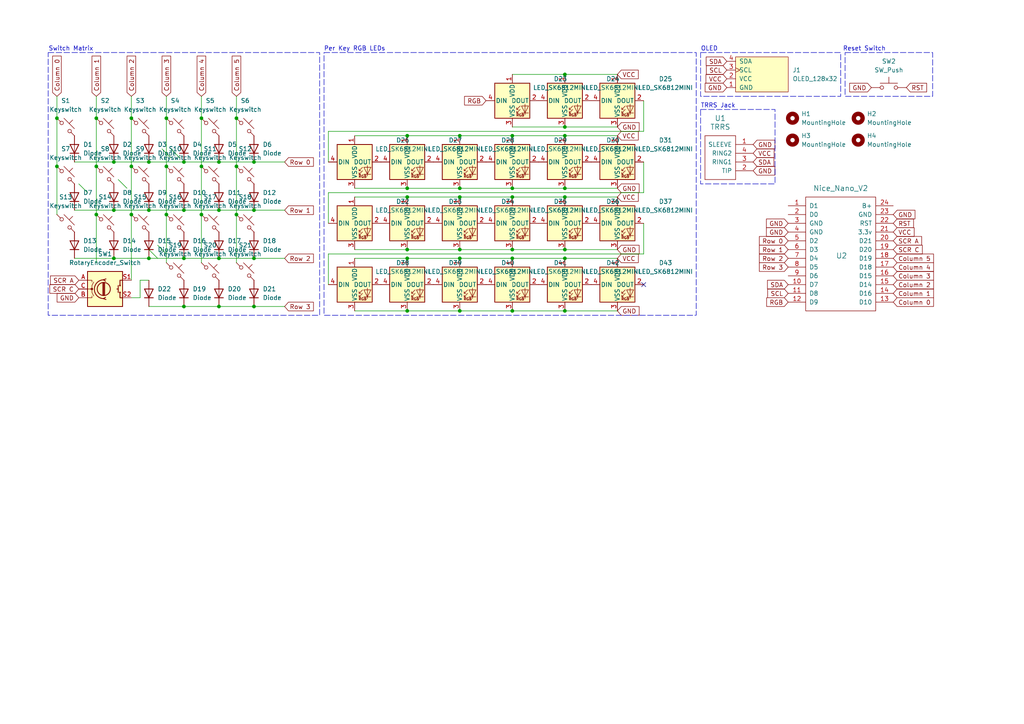
<source format=kicad_sch>
(kicad_sch (version 20231120) (generator "eeschema") (generator_version "8.0")
  (paper "A4")
  (lib_symbols
    (symbol "Device:RotaryEncoder_Switch" (pin_names (offset 0.254) hide)
      (property "Reference" "SW" (at 0 6.604 0))
      (property "Value" "RotaryEncoder_Switch" (at 0 -6.604 0))
      (symbol "RotaryEncoder_Switch_0_1"
        (rectangle (start -5.08 5.08) (end 5.08 -5.08) (stroke (width 0.254)) (fill (type background)))
        (circle (center -3.81 0) (radius 0.254) (fill (type outline)))
        (circle (center -0.381 0) (radius 1.905) (stroke (width 0.254)))
        (arc (start -0.381 2.667) (mid -3.0988 -0.0635) (end -0.381 -2.794) (stroke (width 0.254)))
        (polyline (pts (xy -0.635 -1.778) (xy -0.635 1.778)) (stroke (width 0.254)))
        (polyline (pts (xy -0.381 -1.778) (xy -0.381 1.778)) (stroke (width 0.254)))
        (polyline (pts (xy -0.127 1.778) (xy -0.127 -1.778)) (stroke (width 0.254)))
        (polyline (pts (xy 3.81 0) (xy 3.429 0)) (stroke (width 0.254)))
        (polyline (pts (xy 3.81 1.016) (xy 3.81 -1.016)) (stroke (width 0.254)))
        (polyline (pts (xy -5.08 -2.54) (xy -3.81 -2.54) (xy -3.81 -2.032)))
        (polyline (pts (xy -5.08 2.54) (xy -3.81 2.54) (xy -3.81 2.032)))
        (polyline (pts (xy 0.254 -3.048) (xy -0.508 -2.794) (xy 0.127 -2.413)) (stroke (width 0.254)))
        (polyline (pts (xy 0.254 2.921) (xy -0.508 2.667) (xy 0.127 2.286)) (stroke (width 0.254)))
        (polyline (pts (xy 5.08 -2.54) (xy 4.318 -2.54) (xy 4.318 -1.016)) (stroke (width 0.254)))
        (polyline (pts (xy 5.08 2.54) (xy 4.318 2.54) (xy 4.318 1.016)) (stroke (width 0.254)))
        (polyline (pts (xy -5.08 0) (xy -3.81 0) (xy -3.81 -1.016) (xy -3.302 -2.032)))
        (polyline (pts (xy -4.318 0) (xy -3.81 0) (xy -3.81 1.016) (xy -3.302 2.032)))
        (circle (center 4.318 -1.016) (radius 0.127) (stroke (width 0.254)))
        (circle (center 4.318 1.016) (radius 0.127) (stroke (width 0.254)))
      )
      (symbol "RotaryEncoder_Switch_1_1"
        (pin passive line (at -7.62 2.54 0) (length 2.54) (name "A") (number "A"))
        (pin passive line (at -7.62 -2.54 0) (length 2.54) (name "B") (number "B"))
        (pin passive line (at -7.62 0 0) (length 2.54) (name "C") (number "C"))
        (pin passive line (at 7.62 2.54 180) (length 2.54) (name "S1") (number "S1"))
        (pin passive line (at 7.62 -2.54 180) (length 2.54) (name "S2") (number "S2"))
      )
    )
    (symbol "Flippy:LED_SK6812MINI_E" (pin_names (offset 0.254))
      (property "Reference" "D" (at 5.08 5.715 0))
      (property "Value" "LED_SK6812MINI_E" (at 1.27 -5.715 0))
      (symbol "LED_SK6812MINI_E_0_0"
        (text "RGB" (at 2.286 -4.191 0) (effects (font (size 0.762 0.762))))
      )
      (symbol "LED_SK6812MINI_E_0_1"
        (polyline (pts (xy 1.27 -3.556) (xy 1.778 -3.556)))
        (polyline (pts (xy 1.27 -2.54) (xy 1.778 -2.54)))
        (polyline (pts (xy 4.699 -3.556) (xy 2.667 -3.556)))
        (polyline (pts (xy 2.286 -2.54) (xy 1.27 -3.556) (xy 1.27 -3.048)))
        (polyline (pts (xy 2.286 -1.524) (xy 1.27 -2.54) (xy 1.27 -2.032)))
        (polyline (pts (xy 3.683 -1.016) (xy 3.683 -3.556) (xy 3.683 -4.064)))
        (polyline (pts (xy 4.699 -1.524) (xy 2.667 -1.524) (xy 3.683 -3.556) (xy 4.699 -1.524)))
        (rectangle (start 5.08 5.08) (end -5.08 -5.08) (stroke (width 0.254)) (fill (type background)))
      )
      (symbol "LED_SK6812MINI_E_1_1"
        (pin power_in line (at 0 7.62 270) (length 2.54) (name "VDD") (number "1"))
        (pin output line (at 7.62 0 180) (length 2.54) (name "DOUT") (number "2"))
        (pin power_in line (at 0 -7.62 90) (length 2.54) (name "VSS") (number "3"))
        (pin input line (at -7.62 0 0) (length 2.54) (name "DIN") (number "4"))
      )
    )
    (symbol "Mechanical:MountingHole" (pin_names (offset 1.016)) (exclude_from_sim yes) (in_bom no)
      (property "Reference" "H" (at 0 5.08 0))
      (property "Value" "MountingHole" (at 0 3.175 0))
      (symbol "MountingHole_0_1"
        (circle (center 0 0) (radius 1.27) (stroke (width 1.27)))
      )
    )
    (symbol "ScottoKeebs:MCU_Nice_Nano_V2" (pin_names (offset 1.016))
      (property "Reference" "U" (at 0 0 0))
      (property "Value" "Nice_Nano_V2" (at 0 -19.05 0))
      (symbol "MCU_Nice_Nano_V2_0_1"
        (rectangle (start -10.16 16.51) (end 10.16 -16.51))
      )
      (symbol "MCU_Nice_Nano_V2_1_1"
        (pin input line (at -15.24 13.97 0) (length 5.08) (name "D1") (number "1"))
        (pin input line (at -15.24 -8.89 0) (length 5.08) (name "D7") (number "10"))
        (pin input line (at -15.24 -11.43 0) (length 5.08) (name "D8") (number "11"))
        (pin input line (at -15.24 -13.97 0) (length 5.08) (name "D9") (number "12"))
        (pin input line (at 15.24 -13.97 180) (length 5.08) (name "D10") (number "13"))
        (pin input line (at 15.24 -11.43 180) (length 5.08) (name "D16") (number "14"))
        (pin input line (at 15.24 -8.89 180) (length 5.08) (name "D14") (number "15"))
        (pin input line (at 15.24 -6.35 180) (length 5.08) (name "D15") (number "16"))
        (pin input line (at 15.24 -3.81 180) (length 5.08) (name "D18") (number "17"))
        (pin input line (at 15.24 -1.27 180) (length 5.08) (name "D19") (number "18"))
        (pin input line (at 15.24 1.27 180) (length 5.08) (name "D20") (number "19"))
        (pin input line (at -15.24 11.43 0) (length 5.08) (name "D0") (number "2"))
        (pin input line (at 15.24 3.81 180) (length 5.08) (name "D21") (number "20"))
        (pin input line (at 15.24 6.35 180) (length 5.08) (name "3.3v") (number "21"))
        (pin input line (at 15.24 8.89 180) (length 5.08) (name "RST") (number "22"))
        (pin input line (at 15.24 11.43 180) (length 5.08) (name "GND") (number "23"))
        (pin input line (at 15.24 13.97 180) (length 5.08) (name "B+") (number "24"))
        (pin input line (at -15.24 8.89 0) (length 5.08) (name "GND") (number "3"))
        (pin input line (at -15.24 6.35 0) (length 5.08) (name "GND") (number "4"))
        (pin input line (at -15.24 3.81 0) (length 5.08) (name "D2") (number "5"))
        (pin input line (at -15.24 1.27 0) (length 5.08) (name "D3") (number "6"))
        (pin input line (at -15.24 -1.27 0) (length 5.08) (name "D4") (number "7"))
        (pin input line (at -15.24 -3.81 0) (length 5.08) (name "D5") (number "8"))
        (pin input line (at -15.24 -6.35 0) (length 5.08) (name "D6") (number "9"))
      )
    )
    (symbol "ScottoKeebs:OLED_128x32" (pin_names (offset 1.016))
      (property "Reference" "J" (at 0 -6.35 0))
      (property "Value" "OLED_128x32" (at 0 6.35 0))
      (symbol "OLED_128x32_0_1"
        (rectangle (start 0 5.08) (end 15.24 -5.08) (fill (type background)))
      )
      (symbol "OLED_128x32_1_1"
        (pin power_in line (at -2.54 -3.81 0) (length 2.54) (name "GND") (number "1"))
        (pin power_in line (at -2.54 -1.27 0) (length 2.54) (name "VCC") (number "2"))
        (pin input clock (at -2.54 1.27 0) (length 2.54) (name "SCL") (number "3"))
        (pin bidirectional line (at -2.54 3.81 0) (length 2.54) (name "SDA") (number "4"))
      )
    )
    (symbol "ScottoKeebs:Placeholder_Diode" (pin_numbers hide) (pin_names hide)
      (property "Reference" "D" (at 0 2.54 0))
      (property "Value" "Diode" (at 0 -2.54 0))
      (symbol "Placeholder_Diode_0_1"
        (polyline (pts (xy -1.27 1.27) (xy -1.27 -1.27)) (stroke (width 0.254)))
        (polyline (pts (xy 1.27 0) (xy -1.27 0)))
        (polyline (pts (xy 1.27 1.27) (xy 1.27 -1.27) (xy -1.27 0) (xy 1.27 1.27)) (stroke (width 0.254)))
      )
      (symbol "Placeholder_Diode_1_1"
        (pin passive line (at -3.81 0 0) (length 2.54) (name "K") (number "1"))
        (pin passive line (at 3.81 0 180) (length 2.54) (name "A") (number "2"))
      )
    )
    (symbol "ScottoKeebs:Placeholder_Keyswitch" (pin_numbers hide) (pin_names (offset 1.016) hide)
      (property "Reference" "S" (at 3.048 1.016 0))
      (property "Value" "Keyswitch" (at 0 -3.81 0))
      (symbol "Placeholder_Keyswitch_0_1"
        (circle (center -1.1684 1.1684) (radius 0.508))
        (polyline (pts (xy -0.508 2.54) (xy 2.54 -0.508)))
        (polyline (pts (xy 1.016 1.016) (xy 2.032 2.032)))
        (polyline (pts (xy -2.54 2.54) (xy -1.524 1.524) (xy -1.524 1.524)))
        (polyline (pts (xy 1.524 -1.524) (xy 2.54 -2.54) (xy 2.54 -2.54) (xy 2.54 -2.54)))
        (circle (center 1.143 -1.1938) (radius 0.508))
        (pin passive line (at -2.54 2.54 0) (length 0) (name "1") (number "1"))
        (pin passive line (at 2.54 -2.54 180) (length 0) (name "2") (number "2"))
      )
    )
    (symbol "ScottoKeebs:Placeholder_TRRS" (pin_names (offset 1.016))
      (property "Reference" "U" (at 0 15.24 0))
      (property "Value" "TRRS" (at 0 -2.54 0))
      (symbol "Placeholder_TRRS_0_1"
        (rectangle (start -3.81 0) (end -3.81 12.7))
        (rectangle (start -3.81 0) (end 5.08 0))
        (rectangle (start -3.81 12.7) (end 5.08 12.7))
        (rectangle (start 5.08 12.7) (end 5.08 0))
      )
      (symbol "Placeholder_TRRS_1_1"
        (pin input line (at -8.89 2.54 0) (length 5.08) (name "SLEEVE") (number "1"))
        (pin input line (at -8.89 10.16 0) (length 5.08) (name "TIP") (number "2"))
        (pin input line (at -8.89 7.62 0) (length 5.08) (name "RING1") (number "3"))
        (pin input line (at -8.89 5.08 0) (length 5.08) (name "RING2") (number "4"))
      )
    )
    (symbol "Switch:SW_Push" (pin_numbers hide) (pin_names (offset 1.016) hide)
      (property "Reference" "SW" (at 1.27 2.54 0))
      (property "Value" "SW_Push" (at 0 -1.524 0))
      (symbol "SW_Push_0_1"
        (circle (center -2.032 0) (radius 0.508))
        (polyline (pts (xy 0 1.27) (xy 0 3.048)))
        (polyline (pts (xy 2.54 1.27) (xy -2.54 1.27)))
        (circle (center 2.032 0) (radius 0.508))
        (pin passive line (at -5.08 0 0) (length 2.54) (name "1") (number "1"))
        (pin passive line (at 5.08 0 180) (length 2.54) (name "2") (number "2"))
      )
    )
  )
  (junction (at 73.66 60.96))
  (junction (at 133.35 54.61))
  (junction (at 27.94 62.23))
  (junction (at 27.94 34.29))
  (junction (at 53.34 60.96))
  (junction (at 163.83 54.61))
  (junction (at 33.02 46.99))
  (junction (at 73.66 46.99))
  (junction (at 58.42 62.23))
  (junction (at 48.26 48.26))
  (junction (at 133.35 39.37))
  (junction (at 43.18 74.93))
  (junction (at 133.35 72.39))
  (junction (at 63.5 74.93))
  (junction (at 33.02 74.93))
  (junction (at 148.59 72.39))
  (junction (at 118.11 54.61))
  (junction (at 68.58 62.23))
  (junction (at 118.11 74.93))
  (junction (at 163.83 74.93))
  (junction (at 58.42 48.26))
  (junction (at 63.5 60.96))
  (junction (at 73.66 74.93))
  (junction (at 163.83 90.17))
  (junction (at 38.1 34.29))
  (junction (at 38.1 48.26))
  (junction (at 148.59 90.17))
  (junction (at 53.34 46.99))
  (junction (at 73.66 88.9))
  (junction (at 63.5 88.9))
  (junction (at 133.35 57.15))
  (junction (at 68.58 48.26))
  (junction (at 48.26 62.23))
  (junction (at 53.34 88.9))
  (junction (at 133.35 90.17))
  (junction (at 68.58 34.29))
  (junction (at 163.83 21.59))
  (junction (at 148.59 54.61))
  (junction (at 16.51 48.26))
  (junction (at 27.94 48.26))
  (junction (at 33.02 60.96))
  (junction (at 53.34 74.93))
  (junction (at 118.11 72.39))
  (junction (at 163.83 36.83))
  (junction (at 43.18 46.99))
  (junction (at 38.1 62.23))
  (junction (at 63.5 46.99))
  (junction (at 58.42 34.29))
  (junction (at 16.51 34.29))
  (junction (at 43.18 60.96))
  (junction (at 48.26 34.29))
  (junction (at 133.35 74.93))
  (junction (at 163.83 39.37))
  (junction (at 148.59 57.15))
  (junction (at 148.59 74.93))
  (junction (at 163.83 72.39))
  (junction (at 148.59 39.37))
  (junction (at 118.11 39.37))
  (junction (at 163.83 57.15))
  (junction (at 118.11 90.17))
  (junction (at 118.11 57.15))
  (no_connect (at 186.69 82.55))
  (bus_entry (at 631.19 100.33) (size 2.54 2.54))
  (bus_entry (at 45.72 71.12) (size 2.54 2.54))
  (bus_entry (at 43.18 72.39) (size 2.54 2.54))
  (bus_entry (at 636.27 100.33) (size 2.54 2.54))
  (bus_entry (at 34.29 52.07) (size 2.54 2.54))
  (bus_entry (at 633.73 100.33) (size 2.54 2.54))
  (bus_entry (at 49.53 43.18) (size 2.54 2.54))
  (bus_entry (at 533.4 111.76) (size 2.54 2.54))
  (bus_entry (at 22.86 53.34) (size 2.54 2.54))
  (bus_entry (at 46.99 43.18) (size 2.54 2.54))
  (wire (pts (xy 48.26 48.26) (xy 48.26 62.23)))
  (wire (pts (xy 16.51 48.26) (xy 16.51 62.23)))
  (wire (pts (xy 33.02 74.93) (xy 43.18 74.93)))
  (wire (pts (xy 48.26 27.94) (xy 48.26 34.29)))
  (wire (pts (xy 53.34 88.9) (xy 63.5 88.9)))
  (wire (pts (xy 102.87 72.39) (xy 118.11 72.39)))
  (wire (pts (xy 133.35 72.39) (xy 148.59 72.39)))
  (wire (pts (xy 43.18 46.99) (xy 53.34 46.99)))
  (wire (pts (xy 38.1 34.29) (xy 38.1 48.26)))
  (wire (pts (xy 38.1 27.94) (xy 38.1 34.29)))
  (wire (pts (xy 186.69 55.88) (xy 186.69 46.99)))
  (wire (pts (xy 118.11 54.61) (xy 133.35 54.61)))
  (wire (pts (xy 102.87 39.37) (xy 118.11 39.37)))
  (wire (pts (xy 133.35 54.61) (xy 148.59 54.61)))
  (wire (pts (xy 53.34 46.99) (xy 63.5 46.99)))
  (wire (pts (xy 163.83 39.37) (xy 179.07 39.37)))
  (wire (pts (xy 68.58 62.23) (xy 68.58 76.2)))
  (wire (pts (xy 102.87 57.15) (xy 118.11 57.15)))
  (wire (pts (xy 163.83 36.83) (xy 179.07 36.83)))
  (wire (pts (xy 53.34 60.96) (xy 63.5 60.96)))
  (wire (pts (xy 63.5 88.9) (xy 73.66 88.9)))
  (wire (pts (xy 73.66 60.96) (xy 82.55 60.96)))
  (wire (pts (xy 43.18 81.28) (xy 40.64 81.28)))
  (wire (pts (xy 73.66 88.9) (xy 82.55 88.9)))
  (wire (pts (xy 148.59 54.61) (xy 163.83 54.61)))
  (wire (pts (xy 21.59 74.93) (xy 33.02 74.93)))
  (wire (pts (xy 63.5 46.99) (xy 73.66 46.99)))
  (wire (pts (xy 102.87 54.61) (xy 118.11 54.61)))
  (wire (pts (xy 40.64 81.28) (xy 40.64 86.36)))
  (wire (pts (xy 148.59 39.37) (xy 163.83 39.37)))
  (wire (pts (xy 133.35 74.93) (xy 148.59 74.93)))
  (wire (pts (xy 73.66 46.99) (xy 82.55 46.99)))
  (wire (pts (xy 16.51 27.94) (xy 16.51 34.29)))
  (wire (pts (xy 163.83 54.61) (xy 179.07 54.61)))
  (wire (pts (xy 48.26 34.29) (xy 48.26 48.26)))
  (wire (pts (xy 163.83 57.15) (xy 179.07 57.15)))
  (wire (pts (xy 27.94 48.26) (xy 27.94 62.23)))
  (wire (pts (xy 133.35 39.37) (xy 148.59 39.37)))
  (wire (pts (xy 53.34 74.93) (xy 63.5 74.93)))
  (wire (pts (xy 27.94 62.23) (xy 27.94 76.2)))
  (wire (pts (xy 68.58 27.94) (xy 68.58 34.29)))
  (wire (pts (xy 163.83 74.93) (xy 179.07 74.93)))
  (wire (pts (xy 148.59 36.83) (xy 163.83 36.83)))
  (wire (pts (xy 27.94 27.94) (xy 27.94 34.29)))
  (wire (pts (xy 38.1 48.26) (xy 38.1 62.23)))
  (wire (pts (xy 163.83 90.17) (xy 179.07 90.17)))
  (wire (pts (xy 118.11 72.39) (xy 133.35 72.39)))
  (wire (pts (xy 163.83 72.39) (xy 179.07 72.39)))
  (wire (pts (xy 33.02 46.99) (xy 43.18 46.99)))
  (wire (pts (xy 102.87 90.17) (xy 118.11 90.17)))
  (wire (pts (xy 118.11 74.93) (xy 133.35 74.93)))
  (wire (pts (xy 133.35 57.15) (xy 148.59 57.15)))
  (wire (pts (xy 58.42 48.26) (xy 58.42 62.23)))
  (wire (pts (xy 133.35 90.17) (xy 148.59 90.17)))
  (wire (pts (xy 48.26 62.23) (xy 48.26 73.66)))
  (wire (pts (xy 179.07 21.59) (xy 163.83 21.59)))
  (wire (pts (xy 68.58 34.29) (xy 68.58 48.26)))
  (wire (pts (xy 38.1 62.23) (xy 38.1 81.28)))
  (wire (pts (xy 118.11 57.15) (xy 133.35 57.15)))
  (wire (pts (xy 40.64 86.36) (xy 38.1 86.36)))
  (wire (pts (xy 118.11 39.37) (xy 133.35 39.37)))
  (wire (pts (xy 43.18 74.93) (xy 45.72 74.93)))
  (wire (pts (xy 102.87 74.93) (xy 118.11 74.93)))
  (wire (pts (xy 21.59 46.99) (xy 33.02 46.99)))
  (wire (pts (xy 21.59 60.96) (xy 33.02 60.96)))
  (wire (pts (xy 63.5 74.93) (xy 73.66 74.93)))
  (wire (pts (xy 95.25 38.1) (xy 186.69 38.1)))
  (wire (pts (xy 48.26 73.66) (xy 48.26 76.2)))
  (wire (pts (xy 58.42 34.29) (xy 58.42 48.26)))
  (wire (pts (xy 16.51 34.29) (xy 16.51 48.26)))
  (wire (pts (xy 45.72 74.93) (xy 53.34 74.93)))
  (wire (pts (xy 43.18 60.96) (xy 53.34 60.96)))
  (wire (pts (xy 27.94 34.29) (xy 27.94 48.26)))
  (wire (pts (xy 68.58 48.26) (xy 68.58 62.23)))
  (wire (pts (xy 63.5 60.96) (xy 73.66 60.96)))
  (wire (pts (xy 118.11 90.17) (xy 133.35 90.17)))
  (wire (pts (xy 95.25 55.88) (xy 186.69 55.88)))
  (wire (pts (xy 95.25 82.55) (xy 95.25 73.66)))
  (wire (pts (xy 95.25 64.77) (xy 95.25 55.88)))
  (wire (pts (xy 73.66 74.93) (xy 82.55 74.93)))
  (wire (pts (xy 33.02 60.96) (xy 43.18 60.96)))
  (wire (pts (xy 148.59 74.93) (xy 163.83 74.93)))
  (wire (pts (xy 186.69 38.1) (xy 186.69 29.21)))
  (wire (pts (xy 43.18 88.9) (xy 53.34 88.9)))
  (wire (pts (xy 148.59 21.59) (xy 163.83 21.59)))
  (wire (pts (xy 95.25 46.99) (xy 95.25 38.1)))
  (wire (pts (xy 58.42 27.94) (xy 58.42 34.29)))
  (wire (pts (xy 148.59 72.39) (xy 163.83 72.39)))
  (wire (pts (xy 95.25 73.66) (xy 186.69 73.66)))
  (wire (pts (xy 148.59 57.15) (xy 163.83 57.15)))
  (wire (pts (xy 148.59 90.17) (xy 163.83 90.17)))
  (wire (pts (xy 186.69 73.66) (xy 186.69 64.77)))
  (wire (pts (xy 58.42 62.23) (xy 58.42 76.2)))
  (rectangle (start 93.98 15.24) (end 201.93 91.44) (stroke (width 0) (type dash)))
  (rectangle (start 13.97 15.24) (end 92.71 91.44) (stroke (width 0) (type dash)))
  (rectangle (start 203.2 31.75) (end 224.79 53.34) (stroke (width 0) (type dash)))
  (rectangle (start 203.2 15.24) (end 243.84 27.94) (stroke (width 0) (type dash)))
  (rectangle (start 245.11 15.24) (end 270.51 27.94) (stroke (width 0) (type dash)))
  (text "Switch Matrix" (at 20.574 14.224 0) (effects (font (size 1.27 1.27))))
  (text "Reset Switch" (at 250.698 14.224 0) (effects (font (size 1.27 1.27))))
  (text "OLED" (at 205.74 14.224 0) (effects (font (size 1.27 1.27))))
  (text "TRRS Jack" (at 208.28 30.734 0) (effects (font (size 1.27 1.27))))
  (text "Per Key RGB LEDs" (at 102.87 14.224 0) (effects (font (size 1.27 1.27))))
  (global_label "Column 1" (shape input) (at 259.08 85.09 0) (property "Intersheetrefs" "${INTERSHEET_REFS}" (effects (hide yes))))
  (global_label "SDA" (shape input) (at 228.6 82.55 180) (property "Intersheetrefs" "${INTERSHEET_REFS}" (effects (hide yes))))
  (global_label "Column 3" (shape input) (at 48.26 27.94 90) (property "Intersheetrefs" "${INTERSHEET_REFS}" (effects (hide yes))))
  (global_label "SCR C" (shape input) (at 259.08 72.39 0) (property "Intersheetrefs" "${INTERSHEET_REFS}" (effects (hide yes))))
  (global_label "Column 4" (shape input) (at 259.08 77.47 0) (property "Intersheetrefs" "${INTERSHEET_REFS}" (effects (hide yes))))
  (global_label "Column 0" (shape input) (at 259.08 87.63 0) (property "Intersheetrefs" "${INTERSHEET_REFS}" (effects (hide yes))))
  (global_label "VCC" (shape input) (at 218.44 44.45 0) (property "Intersheetrefs" "${INTERSHEET_REFS}" (effects (hide yes))))
  (global_label "Column 3" (shape input) (at 259.08 80.01 0) (property "Intersheetrefs" "${INTERSHEET_REFS}" (effects (hide yes))))
  (global_label "RGB" (shape input) (at 228.6 87.63 180) (property "Intersheetrefs" "${INTERSHEET_REFS}" (effects (hide yes))))
  (global_label "VCC" (shape input) (at 179.07 57.15 0) (property "Intersheetrefs" "${INTERSHEET_REFS}" (effects (hide yes))))
  (global_label "VCC" (shape input) (at 179.07 21.59 0) (property "Intersheetrefs" "${INTERSHEET_REFS}" (effects (hide yes))))
  (global_label "GND" (shape input) (at 179.07 72.39 0) (property "Intersheetrefs" "${INTERSHEET_REFS}" (effects (hide yes))))
  (global_label "Row 0" (shape input) (at 228.6 69.85 180) (property "Intersheetrefs" "${INTERSHEET_REFS}" (effects (hide yes))))
  (global_label "Row 2" (shape input) (at 82.55 74.93 0) (property "Intersheetrefs" "${INTERSHEET_REFS}" (effects (hide yes))))
  (global_label "VCC" (shape input) (at 179.07 39.37 0) (property "Intersheetrefs" "${INTERSHEET_REFS}" (effects (hide yes))))
  (global_label "GND" (shape input) (at 210.82 25.4 180) (property "Intersheetrefs" "${INTERSHEET_REFS}" (effects (hide yes))))
  (global_label "VCC" (shape input) (at 179.07 74.93 0) (property "Intersheetrefs" "${INTERSHEET_REFS}" (effects (hide yes))))
  (global_label "RST" (shape input) (at 262.89 25.4 0) (property "Intersheetrefs" "${INTERSHEET_REFS}" (effects (hide yes))))
  (global_label "Row 3" (shape input) (at 228.6 77.47 180) (property "Intersheetrefs" "${INTERSHEET_REFS}" (effects (hide yes))))
  (global_label "Column 5" (shape input) (at 259.08 74.93 0) (property "Intersheetrefs" "${INTERSHEET_REFS}" (effects (hide yes))))
  (global_label "Row 2" (shape input) (at 228.6 74.93 180) (property "Intersheetrefs" "${INTERSHEET_REFS}" (effects (hide yes))))
  (global_label "Column 2" (shape input) (at 259.08 82.55 0) (property "Intersheetrefs" "${INTERSHEET_REFS}" (effects (hide yes))))
  (global_label "GND" (shape input) (at 179.07 36.83 0) (property "Intersheetrefs" "${INTERSHEET_REFS}" (effects (hide yes))))
  (global_label "Column 4" (shape input) (at 58.42 27.94 90) (property "Intersheetrefs" "${INTERSHEET_REFS}" (effects (hide yes))))
  (global_label "Column 0" (shape input) (at 16.51 27.94 90) (property "Intersheetrefs" "${INTERSHEET_REFS}" (effects (hide yes))))
  (global_label "GND" (shape input) (at 179.07 90.17 0) (property "Intersheetrefs" "${INTERSHEET_REFS}" (effects (hide yes))))
  (global_label "SCR A" (shape input) (at 22.86 81.28 180) (property "Intersheetrefs" "${INTERSHEET_REFS}" (effects (hide yes))))
  (global_label "Row 0" (shape input) (at 82.55 46.99 0) (property "Intersheetrefs" "${INTERSHEET_REFS}" (effects (hide yes))))
  (global_label "Row 3" (shape input) (at 82.55 88.9 0) (property "Intersheetrefs" "${INTERSHEET_REFS}" (effects (hide yes))))
  (global_label "RGB" (shape input) (at 140.97 29.21 180) (property "Intersheetrefs" "${INTERSHEET_REFS}" (effects (hide yes))))
  (global_label "Column 2" (shape input) (at 38.1 27.94 90) (property "Intersheetrefs" "${INTERSHEET_REFS}" (effects (hide yes))))
  (global_label "Row 1" (shape input) (at 228.6 72.39 180) (property "Intersheetrefs" "${INTERSHEET_REFS}" (effects (hide yes))))
  (global_label "RST" (shape input) (at 259.08 64.77 0) (property "Intersheetrefs" "${INTERSHEET_REFS}" (effects (hide yes))))
  (global_label "Column 1" (shape input) (at 27.94 27.94 90) (property "Intersheetrefs" "${INTERSHEET_REFS}" (effects (hide yes))))
  (global_label "GND" (shape input) (at 228.6 67.31 180) (property "Intersheetrefs" "${INTERSHEET_REFS}" (effects (hide yes))))
  (global_label "GND" (shape input) (at 218.44 49.53 0) (property "Intersheetrefs" "${INTERSHEET_REFS}" (effects (hide yes))))
  (global_label "SCR A" (shape input) (at 259.08 69.85 0) (property "Intersheetrefs" "${INTERSHEET_REFS}" (effects (hide yes))))
  (global_label "Column 5" (shape input) (at 68.58 27.94 90) (property "Intersheetrefs" "${INTERSHEET_REFS}" (effects (hide yes))))
  (global_label "SCL" (shape input) (at 210.82 20.32 180) (property "Intersheetrefs" "${INTERSHEET_REFS}" (effects (hide yes))))
  (global_label "SDA" (shape input) (at 218.44 46.99 0) (property "Intersheetrefs" "${INTERSHEET_REFS}" (effects (hide yes))))
  (global_label "GND" (shape input) (at 179.07 54.61 0) (property "Intersheetrefs" "${INTERSHEET_REFS}" (effects (hide yes))))
  (global_label "GND" (shape input) (at 259.08 62.23 0) (property "Intersheetrefs" "${INTERSHEET_REFS}" (effects (hide yes))))
  (global_label "VCC" (shape input) (at 210.82 22.86 180) (property "Intersheetrefs" "${INTERSHEET_REFS}" (effects (hide yes))))
  (global_label "GND" (shape input) (at 252.73 25.4 180) (property "Intersheetrefs" "${INTERSHEET_REFS}" (effects (hide yes))))
  (global_label "GND" (shape input) (at 218.44 41.91 0) (property "Intersheetrefs" "${INTERSHEET_REFS}" (effects (hide yes))))
  (global_label "VCC" (shape input) (at 259.08 67.31 0) (property "Intersheetrefs" "${INTERSHEET_REFS}" (effects (hide yes))))
  (global_label "SDA" (shape input) (at 210.82 17.78 180) (property "Intersheetrefs" "${INTERSHEET_REFS}" (effects (hide yes))))
  (global_label "SCL" (shape input) (at 228.6 85.09 180) (property "Intersheetrefs" "${INTERSHEET_REFS}" (effects (hide yes))))
  (global_label "Row 1" (shape input) (at 82.55 60.96 0) (property "Intersheetrefs" "${INTERSHEET_REFS}" (effects (hide yes))))
  (global_label "GND" (shape input) (at 22.86 86.36 180) (property "Intersheetrefs" "${INTERSHEET_REFS}" (effects (hide yes))))
  (global_label "SCR C" (shape input) (at 22.86 83.82 180) (property "Intersheetrefs" "${INTERSHEET_REFS}" (effects (hide yes))))
  (global_label "GND" (shape input) (at 228.6 64.77 180) (property "Intersheetrefs" "${INTERSHEET_REFS}" (effects (hide yes))))
  (symbol (lib_id "Mechanical:MountingHole") (at 248.92 40.64 0) (unit 1) (exclude_from_sim yes) (in_bom no)
    (property "Reference" "H4" (at 251.46 39.3699 0) (effects (justify left)))
    (property "Value" "MountingHole" (at 251.46 41.9099 0) (effects (justify left)))
    (property "Footprint" "Flippy:MountingHole_2.2mm_M2_Pad_Via" (effects (hide yes)))
    (property "Description" "Mounting Hole without connection" (effects (hide yes)))
  )
  (symbol (lib_id "Flippy:LED_SK6812MINI_E") (at 163.83 29.21 0) (unit 1)
    (property "Reference" "D24" (at 177.8 22.8914 0))
    (property "Value" "LED_SK6812MINI" (at 177.8 25.4314 0))
    (property "Footprint" "Flippy:SK6812_mini_e_flipable" (effects (hide yes)))
    (property "Datasheet" "https://cdn-shop.adafruit.com/product-files/2686/SK6812MINI_REV.01-1-2.pdf" (effects (hide yes)))
    (property "Description" "RGB LED with integrated controller" (effects (hide yes)))
  )
  (symbol (lib_id "ScottoKeebs:Placeholder_Keyswitch") (at 19.05 36.83 0) (unit 1)
    (property "Reference" "S1" (at 19.05 29.21 0))
    (property "Value" "Keyswitch" (at 19.05 31.75 0))
    (property "Footprint" "Flippy:Hotswap_Choc_FLIP" (effects (hide yes)))
    (property "Description" "Push button switch, normally open, two pins, 45° tilted" (effects (hide yes)))
  )
  (symbol (lib_id "ScottoKeebs:Placeholder_Diode") (at 43.18 71.12 90) (unit 1)
    (property "Reference" "D15" (at 45.72 69.8499 90) (effects (justify right)))
    (property "Value" "Diode" (at 45.72 72.3899 90) (effects (justify right)))
    (property "Footprint" "Flippy:Diode_DO-35-FLIP" (effects (hide yes)))
    (property "Description" "1N4148 (DO-35) or 1N4148W (SOD-123)" (effects (hide yes)))
    (property "Sim.Device" "D" (effects (hide yes)))
    (property "Sim.Pins" "1=K 2=A" (effects (hide yes)))
  )
  (symbol (lib_id "ScottoKeebs:Placeholder_Keyswitch") (at 71.12 36.83 0) (unit 1)
    (property "Reference" "S6" (at 71.12 29.21 0))
    (property "Value" "Keyswitch" (at 71.12 31.75 0))
    (property "Footprint" "Flippy:Hotswap_Choc_FLIP" (effects (hide yes)))
    (property "Description" "Push button switch, normally open, two pins, 45° tilted" (effects (hide yes)))
  )
  (symbol (lib_id "Device:RotaryEncoder_Switch") (at 30.48 83.82 0) (unit 1)
    (property "Reference" "SW1" (at 30.48 73.66 0))
    (property "Value" "RotaryEncoder_Switch" (at 30.48 76.2 0))
    (property "Footprint" "Flippy:evqwgd001" (effects (hide yes)))
    (property "Description" "Rotary encoder, dual channel, incremental quadrate outputs, with switch" (effects (hide yes)))
  )
  (symbol (lib_id "ScottoKeebs:Placeholder_Diode") (at 63.5 57.15 90) (unit 1)
    (property "Reference" "D11" (at 66.04 55.8799 90) (effects (justify right)))
    (property "Value" "Diode" (at 66.04 58.4199 90) (effects (justify right)))
    (property "Footprint" "Flippy:Diode_DO-35-FLIP" (effects (hide yes)))
    (property "Description" "1N4148 (DO-35) or 1N4148W (SOD-123)" (effects (hide yes)))
    (property "Sim.Device" "D" (effects (hide yes)))
    (property "Sim.Pins" "1=K 2=A" (effects (hide yes)))
  )
  (symbol (lib_id "ScottoKeebs:Placeholder_Keyswitch") (at 71.12 50.8 0) (unit 1)
    (property "Reference" "S12" (at 71.12 43.18 0))
    (property "Value" "Keyswitch" (at 71.12 45.72 0))
    (property "Footprint" "Flippy:Hotswap_Choc_FLIP" (effects (hide yes)))
    (property "Description" "Push button switch, normally open, two pins, 45° tilted" (effects (hide yes)))
  )
  (symbol (lib_id "Flippy:LED_SK6812MINI_E") (at 133.35 82.55 0) (unit 1)
    (property "Reference" "D40" (at 147.32 76.2314 0))
    (property "Value" "LED_SK6812MINI" (at 147.32 78.7714 0))
    (property "Footprint" "Flippy:SK6812_mini_e_flipable" (effects (hide yes)))
    (property "Datasheet" "https://cdn-shop.adafruit.com/product-files/2686/SK6812MINI_REV.01-1-2.pdf" (effects (hide yes)))
    (property "Description" "RGB LED with integrated controller" (effects (hide yes)))
  )
  (symbol (lib_id "ScottoKeebs:Placeholder_TRRS") (at 209.55 39.37 180) (unit 1)
    (property "Reference" "U1" (at 208.915 34.29 0) (effects (font (size 1.524 1.524))))
    (property "Value" "TRRS" (at 208.915 36.83 0) (effects (font (size 1.524 1.524))))
    (property "Footprint" "Flippy:TRRS_PJ-320A_FLIP" (effects (hide yes)))
  )
  (symbol (lib_id "ScottoKeebs:Placeholder_Keyswitch") (at 60.96 78.74 0) (unit 1)
    (property "Reference" "S20" (at 60.96 71.12 0))
    (property "Value" "Keyswitch" (at 60.96 73.66 0))
    (property "Footprint" "Flippy:Hotswap_Choc_FLIP" (effects (hide yes)))
    (property "Description" "Push button switch, normally open, two pins, 45° tilted" (effects (hide yes)))
  )
  (symbol (lib_id "Flippy:LED_SK6812MINI_E") (at 179.07 46.99 0) (unit 1)
    (property "Reference" "D31" (at 193.04 40.6714 0))
    (property "Value" "LED_SK6812MINI" (at 193.04 43.2114 0))
    (property "Footprint" "Flippy:SK6812_mini_e_flipable" (effects (hide yes)))
    (property "Datasheet" "https://cdn-shop.adafruit.com/product-files/2686/SK6812MINI_REV.01-1-2.pdf" (effects (hide yes)))
    (property "Description" "RGB LED with integrated controller" (effects (hide yes)))
  )
  (symbol (lib_id "Flippy:LED_SK6812MINI_E") (at 148.59 46.99 0) (unit 1)
    (property "Reference" "D29" (at 162.56 40.6714 0))
    (property "Value" "LED_SK6812MINI" (at 162.56 43.2114 0))
    (property "Footprint" "Flippy:SK6812_mini_e_flipable" (effects (hide yes)))
    (property "Datasheet" "https://cdn-shop.adafruit.com/product-files/2686/SK6812MINI_REV.01-1-2.pdf" (effects (hide yes)))
    (property "Description" "RGB LED with integrated controller" (effects (hide yes)))
  )
  (symbol (lib_id "ScottoKeebs:Placeholder_Keyswitch") (at 30.48 50.8 0) (unit 1)
    (property "Reference" "S8" (at 30.48 43.18 0))
    (property "Value" "Keyswitch" (at 30.48 45.72 0))
    (property "Footprint" "Flippy:Hotswap_Choc_FLIP" (effects (hide yes)))
    (property "Description" "Push button switch, normally open, two pins, 45° tilted" (effects (hide yes)))
  )
  (symbol (lib_id "Flippy:LED_SK6812MINI_E") (at 102.87 82.55 0) (unit 1)
    (property "Reference" "D38" (at 116.84 76.2314 0))
    (property "Value" "LED_SK6812MINI" (at 116.84 78.7714 0))
    (property "Footprint" "Flippy:SK6812_mini_e_flipable" (effects (hide yes)))
    (property "Datasheet" "https://cdn-shop.adafruit.com/product-files/2686/SK6812MINI_REV.01-1-2.pdf" (effects (hide yes)))
    (property "Description" "RGB LED with integrated controller" (effects (hide yes)))
  )
  (symbol (lib_id "ScottoKeebs:Placeholder_Keyswitch") (at 40.64 50.8 0) (unit 1)
    (property "Reference" "S9" (at 40.64 43.18 0))
    (property "Value" "Keyswitch" (at 40.64 45.72 0))
    (property "Footprint" "Flippy:Hotswap_Choc_FLIP" (effects (hide yes)))
    (property "Description" "Push button switch, normally open, two pins, 45° tilted" (effects (hide yes)))
  )
  (symbol (lib_id "Flippy:LED_SK6812MINI_E") (at 102.87 64.77 0) (unit 1)
    (property "Reference" "D32" (at 116.84 58.4514 0))
    (property "Value" "LED_SK6812MINI" (at 116.84 60.9914 0))
    (property "Footprint" "Flippy:SK6812_mini_e_flipable" (effects (hide yes)))
    (property "Datasheet" "https://cdn-shop.adafruit.com/product-files/2686/SK6812MINI_REV.01-1-2.pdf" (effects (hide yes)))
    (property "Description" "RGB LED with integrated controller" (effects (hide yes)))
  )
  (symbol (lib_id "ScottoKeebs:Placeholder_Diode") (at 53.34 85.09 90) (unit 1)
    (property "Reference" "D19" (at 55.88 83.8199 90) (effects (justify right)))
    (property "Value" "Diode" (at 55.88 86.3599 90) (effects (justify right)))
    (property "Footprint" "Flippy:Diode_DO-35-FLIP" (effects (hide yes)))
    (property "Description" "1N4148 (DO-35) or 1N4148W (SOD-123)" (effects (hide yes)))
    (property "Sim.Device" "D" (effects (hide yes)))
    (property "Sim.Pins" "1=K 2=A" (effects (hide yes)))
  )
  (symbol (lib_id "ScottoKeebs:Placeholder_Diode") (at 73.66 43.18 90) (unit 1)
    (property "Reference" "D6" (at 76.2 41.9099 90) (effects (justify right)))
    (property "Value" "Diode" (at 76.2 44.4499 90) (effects (justify right)))
    (property "Footprint" "Flippy:Diode_DO-35-FLIP" (effects (hide yes)))
    (property "Description" "1N4148 (DO-35) or 1N4148W (SOD-123)" (effects (hide yes)))
    (property "Sim.Device" "D" (effects (hide yes)))
    (property "Sim.Pins" "1=K 2=A" (effects (hide yes)))
  )
  (symbol (lib_id "ScottoKeebs:Placeholder_Diode") (at 63.5 43.18 90) (unit 1)
    (property "Reference" "D5" (at 66.04 41.9099 90) (effects (justify right)))
    (property "Value" "Diode" (at 66.04 44.4499 90) (effects (justify right)))
    (property "Footprint" "Flippy:Diode_DO-35-FLIP" (effects (hide yes)))
    (property "Description" "1N4148 (DO-35) or 1N4148W (SOD-123)" (effects (hide yes)))
    (property "Sim.Device" "D" (effects (hide yes)))
    (property "Sim.Pins" "1=K 2=A" (effects (hide yes)))
  )
  (symbol (lib_id "ScottoKeebs:Placeholder_Diode") (at 33.02 43.18 90) (unit 1)
    (property "Reference" "D2" (at 35.56 41.9099 90) (effects (justify right)))
    (property "Value" "Diode" (at 35.56 44.4499 90) (effects (justify right)))
    (property "Footprint" "Flippy:Diode_DO-35-FLIP" (effects (hide yes)))
    (property "Description" "1N4148 (DO-35) or 1N4148W (SOD-123)" (effects (hide yes)))
    (property "Sim.Device" "D" (effects (hide yes)))
    (property "Sim.Pins" "1=K 2=A" (effects (hide yes)))
  )
  (symbol (lib_id "ScottoKeebs:Placeholder_Diode") (at 73.66 57.15 90) (unit 1)
    (property "Reference" "D12" (at 76.2 55.8799 90) (effects (justify right)))
    (property "Value" "Diode" (at 76.2 58.4199 90) (effects (justify right)))
    (property "Footprint" "Flippy:Diode_DO-35-FLIP" (effects (hide yes)))
    (property "Description" "1N4148 (DO-35) or 1N4148W (SOD-123)" (effects (hide yes)))
    (property "Sim.Device" "D" (effects (hide yes)))
    (property "Sim.Pins" "1=K 2=A" (effects (hide yes)))
  )
  (symbol (lib_id "Flippy:LED_SK6812MINI_E") (at 133.35 64.77 0) (unit 1)
    (property "Reference" "D34" (at 147.32 58.4514 0))
    (property "Value" "LED_SK6812MINI" (at 147.32 60.9914 0))
    (property "Footprint" "Flippy:SK6812_mini_e_flipable" (effects (hide yes)))
    (property "Datasheet" "https://cdn-shop.adafruit.com/product-files/2686/SK6812MINI_REV.01-1-2.pdf" (effects (hide yes)))
    (property "Description" "RGB LED with integrated controller" (effects (hide yes)))
  )
  (symbol (lib_id "ScottoKeebs:Placeholder_Diode") (at 63.5 85.09 90) (unit 1)
    (property "Reference" "D20" (at 66.04 83.8199 90) (effects (justify right)))
    (property "Value" "Diode" (at 66.04 86.3599 90) (effects (justify right)))
    (property "Footprint" "Flippy:Diode_DO-35-FLIP" (effects (hide yes)))
    (property "Description" "1N4148 (DO-35) or 1N4148W (SOD-123)" (effects (hide yes)))
    (property "Sim.Device" "D" (effects (hide yes)))
    (property "Sim.Pins" "1=K 2=A" (effects (hide yes)))
  )
  (symbol (lib_id "ScottoKeebs:Placeholder_Diode") (at 53.34 71.12 90) (unit 1)
    (property "Reference" "D16" (at 55.88 69.8499 90) (effects (justify right)))
    (property "Value" "Diode" (at 55.88 72.3899 90) (effects (justify right)))
    (property "Footprint" "Flippy:Diode_DO-35-FLIP" (effects (hide yes)))
    (property "Description" "1N4148 (DO-35) or 1N4148W (SOD-123)" (effects (hide yes)))
    (property "Sim.Device" "D" (effects (hide yes)))
    (property "Sim.Pins" "1=K 2=A" (effects (hide yes)))
  )
  (symbol (lib_id "ScottoKeebs:Placeholder_Diode") (at 21.59 71.12 90) (unit 1)
    (property "Reference" "D13" (at 24.13 69.8499 90) (effects (justify right)))
    (property "Value" "Diode" (at 24.13 72.3899 90) (effects (justify right)))
    (property "Footprint" "Flippy:Diode_DO-35-FLIP" (effects (hide yes)))
    (property "Description" "1N4148 (DO-35) or 1N4148W (SOD-123)" (effects (hide yes)))
    (property "Sim.Device" "D" (effects (hide yes)))
    (property "Sim.Pins" "1=K 2=A" (effects (hide yes)))
  )
  (symbol (lib_id "ScottoKeebs:Placeholder_Keyswitch") (at 60.96 36.83 0) (unit 1)
    (property "Reference" "S5" (at 60.96 29.21 0))
    (property "Value" "Keyswitch" (at 60.96 31.75 0))
    (property "Footprint" "Flippy:Hotswap_Choc_FLIP" (effects (hide yes)))
    (property "Description" "Push button switch, normally open, two pins, 45° tilted" (effects (hide yes)))
  )
  (symbol (lib_id "Flippy:LED_SK6812MINI_E") (at 163.83 64.77 0) (unit 1)
    (property "Reference" "D36" (at 177.8 58.4514 0))
    (property "Value" "LED_SK6812MINI" (at 177.8 60.9914 0))
    (property "Footprint" "Flippy:SK6812_mini_e_flipable" (effects (hide yes)))
    (property "Datasheet" "https://cdn-shop.adafruit.com/product-files/2686/SK6812MINI_REV.01-1-2.pdf" (effects (hide yes)))
    (property "Description" "RGB LED with integrated controller" (effects (hide yes)))
  )
  (symbol (lib_id "Flippy:LED_SK6812MINI_E") (at 118.11 46.99 0) (unit 1)
    (property "Reference" "D27" (at 132.08 40.6714 0))
    (property "Value" "LED_SK6812MINI" (at 132.08 43.2114 0))
    (property "Footprint" "Flippy:SK6812_mini_e_flipable" (effects (hide yes)))
    (property "Datasheet" "https://cdn-shop.adafruit.com/product-files/2686/SK6812MINI_REV.01-1-2.pdf" (effects (hide yes)))
    (property "Description" "RGB LED with integrated controller" (effects (hide yes)))
  )
  (symbol (lib_id "ScottoKeebs:Placeholder_Diode") (at 63.5 71.12 90) (unit 1)
    (property "Reference" "D17" (at 66.04 69.8499 90) (effects (justify right)))
    (property "Value" "Diode" (at 66.04 72.3899 90) (effects (justify right)))
    (property "Footprint" "Flippy:Diode_DO-35-FLIP" (effects (hide yes)))
    (property "Description" "1N4148 (DO-35) or 1N4148W (SOD-123)" (effects (hide yes)))
    (property "Sim.Device" "D" (effects (hide yes)))
    (property "Sim.Pins" "1=K 2=A" (effects (hide yes)))
  )
  (symbol (lib_id "Flippy:LED_SK6812MINI_E") (at 179.07 64.77 0) (unit 1)
    (property "Reference" "D37" (at 193.04 58.4514 0))
    (property "Value" "LED_SK6812MINI" (at 193.04 60.9914 0))
    (property "Footprint" "Flippy:SK6812_mini_e_flipable" (effects (hide yes)))
    (property "Datasheet" "https://cdn-shop.adafruit.com/product-files/2686/SK6812MINI_REV.01-1-2.pdf" (effects (hide yes)))
    (property "Description" "RGB LED with integrated controller" (effects (hide yes)))
  )
  (symbol (lib_id "ScottoKeebs:Placeholder_Keyswitch") (at 50.8 50.8 0) (unit 1)
    (property "Reference" "S10" (at 50.8 43.18 0))
    (property "Value" "Keyswitch" (at 50.8 45.72 0))
    (property "Footprint" "Flippy:Hotswap_Choc_FLIP" (effects (hide yes)))
    (property "Description" "Push button switch, normally open, two pins, 45° tilted" (effects (hide yes)))
  )
  (symbol (lib_id "Flippy:LED_SK6812MINI_E") (at 163.83 82.55 0) (unit 1)
    (property "Reference" "D42" (at 177.8 76.2314 0))
    (property "Value" "LED_SK6812MINI" (at 177.8 78.7714 0))
    (property "Footprint" "Flippy:SK6812_mini_e_flipable" (effects (hide yes)))
    (property "Datasheet" "https://cdn-shop.adafruit.com/product-files/2686/SK6812MINI_REV.01-1-2.pdf" (effects (hide yes)))
    (property "Description" "RGB LED with integrated controller" (effects (hide yes)))
  )
  (symbol (lib_id "ScottoKeebs:Placeholder_Keyswitch") (at 50.8 64.77 0) (unit 1)
    (property "Reference" "S16" (at 50.8 57.15 0))
    (property "Value" "Keyswitch" (at 50.8 59.69 0))
    (property "Footprint" "Flippy:Hotswap_Choc_FLIP" (effects (hide yes)))
    (property "Description" "Push button switch, normally open, two pins, 45° tilted" (effects (hide yes)))
  )
  (symbol (lib_id "ScottoKeebs:Placeholder_Diode") (at 33.02 57.15 90) (unit 1)
    (property "Reference" "D8" (at 35.56 55.8799 90) (effects (justify right)))
    (property "Value" "Diode" (at 35.56 58.4199 90) (effects (justify right)))
    (property "Footprint" "Flippy:Diode_DO-35-FLIP" (effects (hide yes)))
    (property "Description" "1N4148 (DO-35) or 1N4148W (SOD-123)" (effects (hide yes)))
    (property "Sim.Device" "D" (effects (hide yes)))
    (property "Sim.Pins" "1=K 2=A" (effects (hide yes)))
  )
  (symbol (lib_id "Flippy:LED_SK6812MINI_E") (at 102.87 46.99 0) (unit 1)
    (property "Reference" "D26" (at 116.84 40.6714 0))
    (property "Value" "LED_SK6812MINI" (at 116.84 43.2114 0))
    (property "Footprint" "Flippy:SK6812_mini_e_flipable" (effects (hide yes)))
    (property "Datasheet" "https://cdn-shop.adafruit.com/product-files/2686/SK6812MINI_REV.01-1-2.pdf" (effects (hide yes)))
    (property "Description" "RGB LED with integrated controller" (effects (hide yes)))
  )
  (symbol (lib_id "ScottoKeebs:Placeholder_Diode") (at 21.59 43.18 90) (unit 1)
    (property "Reference" "D1" (at 24.13 41.9099 90) (effects (justify right)))
    (property "Value" "Diode" (at 24.13 44.4499 90) (effects (justify right)))
    (property "Footprint" "Flippy:Diode_DO-35-FLIP" (effects (hide yes)))
    (property "Description" "1N4148 (DO-35) or 1N4148W (SOD-123)" (effects (hide yes)))
    (property "Sim.Device" "D" (effects (hide yes)))
    (property "Sim.Pins" "1=K 2=A" (effects (hide yes)))
  )
  (symbol (lib_id "ScottoKeebs:Placeholder_Diode") (at 21.59 57.15 90) (unit 1)
    (property "Reference" "D7" (at 24.13 55.8799 90) (effects (justify right)))
    (property "Value" "Diode" (at 24.13 58.4199 90) (effects (justify right)))
    (property "Footprint" "Flippy:Diode_DO-35-FLIP" (effects (hide yes)))
    (property "Description" "1N4148 (DO-35) or 1N4148W (SOD-123)" (effects (hide yes)))
    (property "Sim.Device" "D" (effects (hide yes)))
    (property "Sim.Pins" "1=K 2=A" (effects (hide yes)))
  )
  (symbol (lib_id "ScottoKeebs:Placeholder_Keyswitch") (at 40.64 36.83 0) (unit 1)
    (property "Reference" "S3" (at 40.64 29.21 0))
    (property "Value" "Keyswitch" (at 40.64 31.75 0))
    (property "Footprint" "Flippy:Hotswap_Choc_FLIP" (effects (hide yes)))
    (property "Description" "Push button switch, normally open, two pins, 45° tilted" (effects (hide yes)))
  )
  (symbol (lib_id "Flippy:LED_SK6812MINI_E") (at 118.11 82.55 0) (unit 1)
    (property "Reference" "D39" (at 132.08 76.2314 0))
    (property "Value" "LED_SK6812MINI" (at 132.08 78.7714 0))
    (property "Footprint" "Flippy:SK6812_mini_e_flipable" (effects (hide yes)))
    (property "Datasheet" "https://cdn-shop.adafruit.com/product-files/2686/SK6812MINI_REV.01-1-2.pdf" (effects (hide yes)))
    (property "Description" "RGB LED with integrated controller" (effects (hide yes)))
  )
  (symbol (lib_id "ScottoKeebs:Placeholder_Keyswitch") (at 71.12 64.77 0) (unit 1)
    (property "Reference" "S18" (at 71.12 57.15 0))
    (property "Value" "Keyswitch" (at 71.12 59.69 0))
    (property "Footprint" "Flippy:Hotswap_Choc_FLIP" (effects (hide yes)))
    (property "Description" "Push button switch, normally open, two pins, 45° tilted" (effects (hide yes)))
  )
  (symbol (lib_id "ScottoKeebs:Placeholder_Diode") (at 53.34 57.15 90) (unit 1)
    (property "Reference" "D10" (at 55.88 55.8799 90) (effects (justify right)))
    (property "Value" "Diode" (at 55.88 58.4199 90) (effects (justify right)))
    (property "Footprint" "Flippy:Diode_DO-35-FLIP" (effects (hide yes)))
    (property "Description" "1N4148 (DO-35) or 1N4148W (SOD-123)" (effects (hide yes)))
    (property "Sim.Device" "D" (effects (hide yes)))
    (property "Sim.Pins" "1=K 2=A" (effects (hide yes)))
  )
  (symbol (lib_id "ScottoKeebs:Placeholder_Diode") (at 73.66 85.09 90) (unit 1)
    (property "Reference" "D21" (at 76.2 83.8199 90) (effects (justify right)))
    (property "Value" "Diode" (at 76.2 86.3599 90) (effects (justify right)))
    (property "Footprint" "Flippy:Diode_DO-35-FLIP" (effects (hide yes)))
    (property "Description" "1N4148 (DO-35) or 1N4148W (SOD-123)" (effects (hide yes)))
    (property "Sim.Device" "D" (effects (hide yes)))
    (property "Sim.Pins" "1=K 2=A" (effects (hide yes)))
  )
  (symbol (lib_id "Flippy:LED_SK6812MINI_E") (at 163.83 46.99 0) (unit 1)
    (property "Reference" "D30" (at 177.8 40.6714 0))
    (property "Value" "LED_SK6812MINI" (at 177.8 43.2114 0))
    (property "Footprint" "Flippy:SK6812_mini_e_flipable" (effects (hide yes)))
    (property "Datasheet" "https://cdn-shop.adafruit.com/product-files/2686/SK6812MINI_REV.01-1-2.pdf" (effects (hide yes)))
    (property "Description" "RGB LED with integrated controller" (effects (hide yes)))
  )
  (symbol (lib_id "ScottoKeebs:Placeholder_Keyswitch") (at 71.12 78.74 0) (unit 1)
    (property "Reference" "S21" (at 71.12 71.12 0))
    (property "Value" "Keyswitch" (at 71.12 73.66 0))
    (property "Footprint" "Flippy:Hotswap_Choc_FLIP" (effects (hide yes)))
    (property "Description" "Push button switch, normally open, two pins, 45° tilted" (effects (hide yes)))
  )
  (symbol (lib_id "ScottoKeebs:Placeholder_Diode") (at 33.02 71.12 90) (unit 1)
    (property "Reference" "D14" (at 35.56 69.8499 90) (effects (justify right)))
    (property "Value" "Diode" (at 35.56 72.3899 90) (effects (justify right)))
    (property "Footprint" "Flippy:Diode_DO-35-FLIP" (effects (hide yes)))
    (property "Description" "1N4148 (DO-35) or 1N4148W (SOD-123)" (effects (hide yes)))
    (property "Sim.Device" "D" (effects (hide yes)))
    (property "Sim.Pins" "1=K 2=A" (effects (hide yes)))
  )
  (symbol (lib_id "Flippy:LED_SK6812MINI_E") (at 148.59 29.21 0) (unit 1)
    (property "Reference" "D23" (at 162.56 22.8914 0))
    (property "Value" "LED_SK6812MINI" (at 162.56 25.4314 0))
    (property "Footprint" "Flippy:SK6812_mini_e_flipable" (effects (hide yes)))
    (property "Datasheet" "https://cdn-shop.adafruit.com/product-files/2686/SK6812MINI_REV.01-1-2.pdf" (effects (hide yes)))
    (property "Description" "RGB LED with integrated controller" (effects (hide yes)))
  )
  (symbol (lib_id "Switch:SW_Push") (at 257.81 25.4 0) (unit 1)
    (property "Reference" "SW2" (at 257.81 17.78 0))
    (property "Value" "SW_Push" (at 257.81 20.32 0))
    (property "Footprint" "Flippy:SW_SPST_TL3342_FLIP" (effects (hide yes)))
    (property "Description" "Push button switch, generic, two pins" (effects (hide yes)))
  )
  (symbol (lib_id "ScottoKeebs:Placeholder_Keyswitch") (at 40.64 64.77 0) (unit 1)
    (property "Reference" "S15" (at 40.64 57.15 0))
    (property "Value" "Keyswitch" (at 40.64 59.69 0))
    (property "Footprint" "Flippy:Hotswap_Choc_FLIP" (effects (hide yes)))
    (property "Description" "Push button switch, normally open, two pins, 45° tilted" (effects (hide yes)))
  )
  (symbol (lib_id "ScottoKeebs:Placeholder_Keyswitch") (at 19.05 64.77 0) (unit 1)
    (property "Reference" "S13" (at 19.05 57.15 0))
    (property "Value" "Keyswitch" (at 19.05 59.69 0))
    (property "Footprint" "Flippy:Hotswap_Choc_FLIP" (effects (hide yes)))
    (property "Description" "Push button switch, normally open, two pins, 45° tilted" (effects (hide yes)))
  )
  (symbol (lib_id "Flippy:LED_SK6812MINI_E") (at 148.59 82.55 0) (unit 1)
    (property "Reference" "D41" (at 162.56 76.2314 0))
    (property "Value" "LED_SK6812MINI" (at 162.56 78.7714 0))
    (property "Footprint" "Flippy:SK6812_mini_e_flipable" (effects (hide yes)))
    (property "Datasheet" "https://cdn-shop.adafruit.com/product-files/2686/SK6812MINI_REV.01-1-2.pdf" (effects (hide yes)))
    (property "Description" "RGB LED with integrated controller" (effects (hide yes)))
  )
  (symbol (lib_id "Flippy:LED_SK6812MINI_E") (at 118.11 64.77 0) (unit 1)
    (property "Reference" "D33" (at 132.08 58.4514 0))
    (property "Value" "LED_SK6812MINI" (at 132.08 60.9914 0))
    (property "Footprint" "Flippy:SK6812_mini_e_flipable" (effects (hide yes)))
    (property "Datasheet" "https://cdn-shop.adafruit.com/product-files/2686/SK6812MINI_REV.01-1-2.pdf" (effects (hide yes)))
    (property "Description" "RGB LED with integrated controller" (effects (hide yes)))
  )
  (symbol (lib_id "ScottoKeebs:Placeholder_Diode") (at 53.34 43.18 90) (unit 1)
    (property "Reference" "D4" (at 55.88 41.9099 90) (effects (justify right)))
    (property "Value" "Diode" (at 55.88 44.4499 90) (effects (justify right)))
    (property "Footprint" "Flippy:Diode_DO-35-FLIP" (effects (hide yes)))
    (property "Description" "1N4148 (DO-35) or 1N4148W (SOD-123)" (effects (hide yes)))
    (property "Sim.Device" "D" (effects (hide yes)))
    (property "Sim.Pins" "1=K 2=A" (effects (hide yes)))
  )
  (symbol (lib_id "Mechanical:MountingHole") (at 248.92 34.29 0) (unit 1) (exclude_from_sim yes) (in_bom no)
    (property "Reference" "H2" (at 251.46 33.0199 0) (effects (justify left)))
    (property "Value" "MountingHole" (at 251.46 35.5599 0) (effects (justify left)))
    (property "Footprint" "Flippy:MountingHole_2.2mm_M2_Pad_Via" (effects (hide yes)))
    (property "Description" "Mounting Hole without connection" (effects (hide yes)))
  )
  (symbol (lib_id "ScottoKeebs:Placeholder_Diode") (at 73.66 71.12 90) (unit 1)
    (property "Reference" "D18" (at 76.2 69.8499 90) (effects (justify right)))
    (property "Value" "Diode" (at 76.2 72.3899 90) (effects (justify right)))
    (property "Footprint" "Flippy:Diode_DO-35-FLIP" (effects (hide yes)))
    (property "Description" "1N4148 (DO-35) or 1N4148W (SOD-123)" (effects (hide yes)))
    (property "Sim.Device" "D" (effects (hide yes)))
    (property "Sim.Pins" "1=K 2=A" (effects (hide yes)))
  )
  (symbol (lib_id "Flippy:LED_SK6812MINI_E") (at 179.07 29.21 0) (unit 1)
    (property "Reference" "D25" (at 193.04 22.8914 0))
    (property "Value" "LED_SK6812MINI" (at 193.04 25.4314 0))
    (property "Footprint" "Flippy:SK6812_mini_e_flipable" (effects (hide yes)))
    (property "Datasheet" "https://cdn-shop.adafruit.com/product-files/2686/SK6812MINI_REV.01-1-2.pdf" (effects (hide yes)))
    (property "Description" "RGB LED with integrated controller" (effects (hide yes)))
  )
  (symbol (lib_id "ScottoKeebs:OLED_128x32") (at 213.36 21.59 0) (unit 1)
    (property "Reference" "J1" (at 229.87 20.3199 0) (effects (justify left)))
    (property "Value" "OLED_128x32" (at 229.87 22.8599 0) (effects (justify left)))
    (property "Footprint" "ScottoKeebs_Components:OLED_128x32" (effects (hide yes)))
  )
  (symbol (lib_id "ScottoKeebs:Placeholder_Keyswitch") (at 50.8 78.74 0) (unit 1)
    (property "Reference" "S19" (at 50.8 71.12 0))
    (property "Value" "Keyswitch" (at 50.8 73.66 0))
    (property "Footprint" "Flippy:Hotswap_Choc_FLIP" (effects (hide yes)))
    (property "Description" "Push button switch, normally open, two pins, 45° tilted" (effects (hide yes)))
  )
  (symbol (lib_id "Mechanical:MountingHole") (at 229.87 34.29 0) (unit 1) (exclude_from_sim yes) (in_bom no)
    (property "Reference" "H1" (at 232.41 33.0199 0) (effects (justify left)))
    (property "Value" "MountingHole" (at 232.41 35.5599 0) (effects (justify left)))
    (property "Footprint" "Flippy:MountingHole_2.2mm_M2_Pad_Via" (effects (hide yes)))
    (property "Description" "Mounting Hole without connection" (effects (hide yes)))
  )
  (symbol (lib_id "Flippy:LED_SK6812MINI_E") (at 148.59 64.77 0) (unit 1)
    (property "Reference" "D35" (at 162.56 58.4514 0))
    (property "Value" "LED_SK6812MINI" (at 162.56 60.9914 0))
    (property "Footprint" "Flippy:SK6812_mini_e_flipable" (effects (hide yes)))
    (property "Datasheet" "https://cdn-shop.adafruit.com/product-files/2686/SK6812MINI_REV.01-1-2.pdf" (effects (hide yes)))
    (property "Description" "RGB LED with integrated controller" (effects (hide yes)))
  )
  (symbol (lib_id "ScottoKeebs:Placeholder_Keyswitch") (at 30.48 64.77 0) (unit 1)
    (property "Reference" "S14" (at 30.48 57.15 0))
    (property "Value" "Keyswitch" (at 30.48 59.69 0))
    (property "Footprint" "Flippy:Hotswap_Choc_FLIP" (effects (hide yes)))
    (property "Description" "Push button switch, normally open, two pins, 45° tilted" (effects (hide yes)))
  )
  (symbol (lib_id "ScottoKeebs:Placeholder_Keyswitch") (at 60.96 50.8 0) (unit 1)
    (property "Reference" "S11" (at 60.96 43.18 0))
    (property "Value" "Keyswitch" (at 60.96 45.72 0))
    (property "Footprint" "Flippy:Hotswap_Choc_FLIP" (effects (hide yes)))
    (property "Description" "Push button switch, normally open, two pins, 45° tilted" (effects (hide yes)))
  )
  (symbol (lib_id "ScottoKeebs:Placeholder_Keyswitch") (at 30.48 36.83 0) (unit 1)
    (property "Reference" "S2" (at 30.48 29.21 0))
    (property "Value" "Keyswitch" (at 30.48 31.75 0))
    (property "Footprint" "Flippy:Hotswap_Choc_FLIP" (effects (hide yes)))
    (property "Description" "Push button switch, normally open, two pins, 45° tilted" (effects (hide yes)))
  )
  (symbol (lib_id "Flippy:LED_SK6812MINI_E") (at 133.35 46.99 0) (unit 1)
    (property "Reference" "D28" (at 147.32 40.6714 0))
    (property "Value" "LED_SK6812MINI" (at 147.32 43.2114 0))
    (property "Footprint" "Flippy:SK6812_mini_e_flipable" (effects (hide yes)))
    (property "Datasheet" "https://cdn-shop.adafruit.com/product-files/2686/SK6812MINI_REV.01-1-2.pdf" (effects (hide yes)))
    (property "Description" "RGB LED with integrated controller" (effects (hide yes)))
  )
  (symbol (lib_id "Mechanical:MountingHole") (at 229.87 40.64 0) (unit 1) (exclude_from_sim yes) (in_bom no)
    (property "Reference" "H3" (at 232.41 39.3699 0) (effects (justify left)))
    (property "Value" "MountingHole" (at 232.41 41.9099 0) (effects (justify left)))
    (property "Footprint" "Flippy:MountingHole_2.2mm_M2_Pad_Via" (effects (hide yes)))
    (property "Description" "Mounting Hole without connection" (effects (hide yes)))
  )
  (symbol (lib_id "ScottoKeebs:Placeholder_Diode") (at 43.18 57.15 90) (unit 1)
    (property "Reference" "D9" (at 45.72 55.8799 90) (effects (justify right)))
    (property "Value" "Diode" (at 45.72 58.4199 90) (effects (justify right)))
    (property "Footprint" "Flippy:Diode_DO-35-FLIP" (effects (hide yes)))
    (property "Description" "1N4148 (DO-35) or 1N4148W (SOD-123)" (effects (hide yes)))
    (property "Sim.Device" "D" (effects (hide yes)))
    (property "Sim.Pins" "1=K 2=A" (effects (hide yes)))
  )
  (symbol (lib_id "Flippy:LED_SK6812MINI_E") (at 179.07 82.55 0) (unit 1)
    (property "Reference" "D43" (at 193.04 76.2314 0))
    (property "Value" "LED_SK6812MINI" (at 193.04 78.7714 0))
    (property "Footprint" "Flippy:SK6812_mini_e_flipable" (effects (hide yes)))
    (property "Datasheet" "https://cdn-shop.adafruit.com/product-files/2686/SK6812MINI_REV.01-1-2.pdf" (effects (hide yes)))
    (property "Description" "RGB LED with integrated controller" (effects (hide yes)))
  )
  (symbol (lib_id "ScottoKeebs:Placeholder_Keyswitch") (at 50.8 36.83 0) (unit 1)
    (property "Reference" "S4" (at 50.8 29.21 0))
    (property "Value" "Keyswitch" (at 50.8 31.75 0))
    (property "Footprint" "Flippy:Hotswap_Choc_FLIP" (effects (hide yes)))
    (property "Description" "Push button switch, normally open, two pins, 45° tilted" (effects (hide yes)))
  )
  (symbol (lib_id "ScottoKeebs:Placeholder_Keyswitch") (at 19.05 50.8 0) (unit 1)
    (property "Reference" "S7" (at 19.05 43.18 0))
    (property "Value" "Keyswitch" (at 19.05 45.72 0))
    (property "Footprint" "Flippy:Hotswap_Choc_FLIP" (effects (hide yes)))
    (property "Description" "Push button switch, normally open, two pins, 45° tilted" (effects (hide yes)))
  )
  (symbol (lib_id "ScottoKeebs:Placeholder_Diode") (at 43.18 85.09 90) (unit 1)
    (property "Reference" "D22" (at 45.72 83.8199 90) (effects (justify right)))
    (property "Value" "Diode" (at 45.72 86.3599 90) (effects (justify right)))
    (property "Footprint" "Flippy:Diode_DO-35-FLIP" (effects (hide yes)))
    (property "Description" "1N4148 (DO-35) or 1N4148W (SOD-123)" (effects (hide yes)))
    (property "Sim.Device" "D" (effects (hide yes)))
    (property "Sim.Pins" "1=K 2=A" (effects (hide yes)))
  )
  (symbol (lib_id "ScottoKeebs:Placeholder_Keyswitch") (at 60.96 64.77 0) (unit 1)
    (property "Reference" "S17" (at 60.96 57.15 0))
    (property "Value" "Keyswitch" (at 60.96 59.69 0))
    (property "Footprint" "Flippy:Hotswap_Choc_FLIP" (effects (hide yes)))
    (property "Description" "Push button switch, normally open, two pins, 45° tilted" (effects (hide yes)))
  )
  (symbol (lib_id "ScottoKeebs:MCU_Nice_Nano_V2") (at 243.84 73.66 0) (unit 1)
    (property "Reference" "U2" (at 244.094 74.168 0) (effects (font (size 1.524 1.524))))
    (property "Value" "Nice_Nano_V2" (at 243.84 54.61 0) (effects (font (size 1.524 1.524))))
    (property "Footprint" "ScottoKeebs_MCU:Nice_Nano_V2" (effects (hide yes)))
  )
  (symbol (lib_id "ScottoKeebs:Placeholder_Diode") (at 43.18 43.18 90) (unit 1)
    (property "Reference" "D3" (at 45.72 41.9099 90) (effects (justify right)))
    (property "Value" "Diode" (at 45.72 44.4499 90) (effects (justify right)))
    (property "Footprint" "Flippy:Diode_DO-35-FLIP" (effects (hide yes)))
    (property "Description" "1N4148 (DO-35) or 1N4148W (SOD-123)" (effects (hide yes)))
    (property "Sim.Device" "D" (effects (hide yes)))
    (property "Sim.Pins" "1=K 2=A" (effects (hide yes)))
  )
)
</source>
